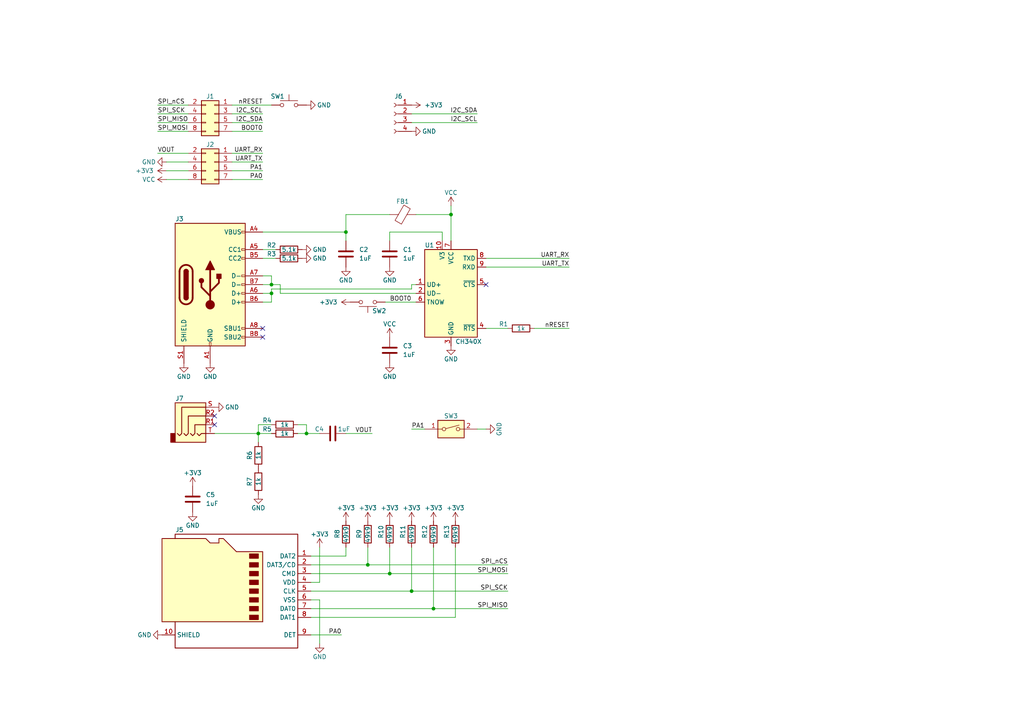
<source format=kicad_sch>
(kicad_sch (version 20230121) (generator eeschema)
  (paper "A4")
  (title_block (title "CDM324 Expansion Board") (date "2023-07-08") (rev "1"))
  (lib_symbols
    (symbol "Connector:Conn_01x04_Socket" (pin_names (offset 1.016) hide)
      (property "Reference" "J" (at 0 5.08 0))
      (property "Value" "Conn_01x04_Socket" (at 0 -7.62 0))
      (symbol "Conn_01x04_Socket_1_1"
        (arc (start 0 -4.572) (mid -0.5058 -5.08) (end 0 -5.588) (stroke (width 0.1524)))
        (arc (start 0 -2.032) (mid -0.5058 -2.54) (end 0 -3.048) (stroke (width 0.1524)))
        (polyline (pts (xy -1.27 -5.08) (xy -0.508 -5.08)) (stroke (width 0.1524)))
        (polyline (pts (xy -1.27 -2.54) (xy -0.508 -2.54)) (stroke (width 0.1524)))
        (polyline (pts (xy -1.27 0) (xy -0.508 0)) (stroke (width 0.1524)))
        (polyline (pts (xy -1.27 2.54) (xy -0.508 2.54)) (stroke (width 0.1524)))
        (arc (start 0 0.508) (mid -0.5058 0) (end 0 -0.508) (stroke (width 0.1524)))
        (arc (start 0 3.048) (mid -0.5058 2.54) (end 0 2.032) (stroke (width 0.1524)))
        (pin passive line (at -5.08 2.54 0) (length 3.81) (name "Pin_1") (number "1"))
        (pin passive line (at -5.08 0 0) (length 3.81) (name "Pin_2") (number "2"))
        (pin passive line (at -5.08 -2.54 0) (length 3.81) (name "Pin_3") (number "3"))
        (pin passive line (at -5.08 -5.08 0) (length 3.81) (name "Pin_4") (number "4"))
      )
    )
    (symbol "Connector:Micro_SD_Card_Det1"
      (property "Reference" "J" (at -16.51 17.78 0))
      (property "Value" "Micro_SD_Card_Det1" (at 16.51 17.78 0))
      (symbol "Micro_SD_Card_Det1_0_1"
        (rectangle (start -7.62 -6.985) (end -5.08 -8.255) (stroke (width 0.254)) (fill (type outline)))
        (rectangle (start -7.62 -4.445) (end -5.08 -5.715) (stroke (width 0.254)) (fill (type outline)))
        (rectangle (start -7.62 -1.905) (end -5.08 -3.175) (stroke (width 0.254)) (fill (type outline)))
        (rectangle (start -7.62 0.635) (end -5.08 -0.635) (stroke (width 0.254)) (fill (type outline)))
        (rectangle (start -7.62 3.175) (end -5.08 1.905) (stroke (width 0.254)) (fill (type outline)))
        (rectangle (start -7.62 5.715) (end -5.08 4.445) (stroke (width 0.254)) (fill (type outline)))
        (rectangle (start -7.62 8.255) (end -5.08 6.985) (stroke (width 0.254)) (fill (type outline)))
        (rectangle (start -7.62 10.795) (end -5.08 9.525) (stroke (width 0.254)) (fill (type outline)))
        (polyline (pts (xy 16.51 15.24) (xy 16.51 16.51) (xy -19.05 16.51) (xy -19.05 -16.51) (xy 16.51 -16.51) (xy 16.51 -8.89)) (stroke (width 0.254)))
        (polyline (pts (xy -8.89 -8.89) (xy -8.89 11.43) (xy -1.27 11.43) (xy 2.54 15.24) (xy 3.81 15.24) (xy 3.81 13.97) (xy 6.35 13.97) (xy 7.62 15.24) (xy 20.32 15.24) (xy 20.32 -8.89) (xy -8.89 -8.89)) (stroke (width 0.254)) (fill (type background)))
      )
      (symbol "Micro_SD_Card_Det1_1_1"
        (pin bidirectional line (at -22.86 10.16 0) (length 3.81) (name "DAT2") (number "1"))
        (pin passive line (at 20.32 -12.7 180) (length 3.81) (name "SHIELD") (number "10"))
        (pin bidirectional line (at -22.86 7.62 0) (length 3.81) (name "DAT3/CD") (number "2"))
        (pin input line (at -22.86 5.08 0) (length 3.81) (name "CMD") (number "3"))
        (pin power_in line (at -22.86 2.54 0) (length 3.81) (name "VDD") (number "4"))
        (pin input line (at -22.86 0 0) (length 3.81) (name "CLK") (number "5"))
        (pin power_in line (at -22.86 -2.54 0) (length 3.81) (name "VSS") (number "6"))
        (pin bidirectional line (at -22.86 -5.08 0) (length 3.81) (name "DAT0") (number "7"))
        (pin bidirectional line (at -22.86 -7.62 0) (length 3.81) (name "DAT1") (number "8"))
        (pin passive line (at -22.86 -12.7 0) (length 3.81) (name "DET") (number "9"))
      )
    )
    (symbol "Connector:USB_C_Receptacle_USB2.0" (pin_names (offset 1.016))
      (property "Reference" "J" (at -10.16 19.05 0))
      (property "Value" "USB_C_Receptacle_USB2.0" (at 19.05 19.05 0))
      (symbol "USB_C_Receptacle_USB2.0_0_0"
        (rectangle (start -0.254 -17.78) (end 0.254 -16.764))
        (rectangle (start 10.16 -14.986) (end 9.144 -15.494))
        (rectangle (start 10.16 -12.446) (end 9.144 -12.954))
        (rectangle (start 10.16 -4.826) (end 9.144 -5.334))
        (rectangle (start 10.16 -2.286) (end 9.144 -2.794))
        (rectangle (start 10.16 0.254) (end 9.144 -0.254))
        (rectangle (start 10.16 2.794) (end 9.144 2.286))
        (rectangle (start 10.16 7.874) (end 9.144 7.366))
        (rectangle (start 10.16 10.414) (end 9.144 9.906))
        (rectangle (start 10.16 15.494) (end 9.144 14.986))
      )
      (symbol "USB_C_Receptacle_USB2.0_0_1"
        (rectangle (start -10.16 17.78) (end 10.16 -17.78) (stroke (width 0.254)) (fill (type background)))
        (arc (start -8.89 -3.81) (mid -6.985 -5.7067) (end -5.08 -3.81) (stroke (width 0.508)))
        (arc (start -7.62 -3.81) (mid -6.985 -4.4423) (end -6.35 -3.81) (stroke (width 0.254)))
        (arc (start -7.62 -3.81) (mid -6.985 -4.4423) (end -6.35 -3.81) (stroke (width 0.254)) (fill (type outline)))
        (rectangle (start -7.62 -3.81) (end -6.35 3.81) (stroke (width 0.254)) (fill (type outline)))
        (arc (start -6.35 3.81) (mid -6.985 4.4423) (end -7.62 3.81) (stroke (width 0.254)))
        (arc (start -6.35 3.81) (mid -6.985 4.4423) (end -7.62 3.81) (stroke (width 0.254)) (fill (type outline)))
        (arc (start -5.08 3.81) (mid -6.985 5.7067) (end -8.89 3.81) (stroke (width 0.508)))
        (circle (center -2.54 1.143) (radius 0.635) (stroke (width 0.254)) (fill (type outline)))
        (circle (center 0 -5.842) (radius 1.27) (fill (type outline)))
        (polyline (pts (xy -8.89 -3.81) (xy -8.89 3.81)) (stroke (width 0.508)))
        (polyline (pts (xy -5.08 3.81) (xy -5.08 -3.81)) (stroke (width 0.508)))
        (polyline (pts (xy 0 -5.842) (xy 0 4.318)) (stroke (width 0.508)))
        (polyline (pts (xy 0 -3.302) (xy -2.54 -0.762) (xy -2.54 0.508)) (stroke (width 0.508)))
        (polyline (pts (xy 0 -2.032) (xy 2.54 0.508) (xy 2.54 1.778)) (stroke (width 0.508)))
        (polyline (pts (xy -1.27 4.318) (xy 0 6.858) (xy 1.27 4.318) (xy -1.27 4.318)) (stroke (width 0.254)) (fill (type outline)))
        (rectangle (start 1.905 1.778) (end 3.175 3.048) (stroke (width 0.254)) (fill (type outline)))
      )
      (symbol "USB_C_Receptacle_USB2.0_1_1"
        (pin passive line (at 0 -22.86 90) (length 5.08) (name "GND") (number "A1"))
        (pin passive line (at 0 -22.86 90) (length 5.08) hide (name "GND") (number "A12"))
        (pin passive line (at 15.24 15.24 180) (length 5.08) (name "VBUS") (number "A4"))
        (pin bidirectional line (at 15.24 10.16 180) (length 5.08) (name "CC1") (number "A5"))
        (pin bidirectional line (at 15.24 -2.54 180) (length 5.08) (name "D+") (number "A6"))
        (pin bidirectional line (at 15.24 2.54 180) (length 5.08) (name "D-") (number "A7"))
        (pin bidirectional line (at 15.24 -12.7 180) (length 5.08) (name "SBU1") (number "A8"))
        (pin passive line (at 15.24 15.24 180) (length 5.08) hide (name "VBUS") (number "A9"))
        (pin passive line (at 0 -22.86 90) (length 5.08) hide (name "GND") (number "B1"))
        (pin passive line (at 0 -22.86 90) (length 5.08) hide (name "GND") (number "B12"))
        (pin passive line (at 15.24 15.24 180) (length 5.08) hide (name "VBUS") (number "B4"))
        (pin bidirectional line (at 15.24 7.62 180) (length 5.08) (name "CC2") (number "B5"))
        (pin bidirectional line (at 15.24 -5.08 180) (length 5.08) (name "D+") (number "B6"))
        (pin bidirectional line (at 15.24 0 180) (length 5.08) (name "D-") (number "B7"))
        (pin bidirectional line (at 15.24 -15.24 180) (length 5.08) (name "SBU2") (number "B8"))
        (pin passive line (at 15.24 15.24 180) (length 5.08) hide (name "VBUS") (number "B9"))
        (pin passive line (at -7.62 -22.86 90) (length 5.08) (name "SHIELD") (number "S1"))
      )
    )
    (symbol "Connector_Audio:AudioJack4"
      (property "Reference" "J" (at 0 8.89 0))
      (property "Value" "AudioJack4" (at 0 6.35 0))
      (symbol "AudioJack4_0_1"
        (rectangle (start -6.35 -5.08) (end -7.62 -7.62) (stroke (width 0.254)) (fill (type outline)))
        (polyline (pts (xy 0 -5.08) (xy 0.635 -5.715) (xy 1.27 -5.08) (xy 2.54 -5.08)) (stroke (width 0.254)))
        (polyline (pts (xy -5.715 -5.08) (xy -5.08 -5.715) (xy -4.445 -5.08) (xy -4.445 2.54) (xy 2.54 2.54)) (stroke (width 0.254)))
        (polyline (pts (xy -1.905 -5.08) (xy -1.27 -5.715) (xy -0.635 -5.08) (xy -0.635 -2.54) (xy 2.54 -2.54)) (stroke (width 0.254)))
        (polyline (pts (xy 2.54 0) (xy -2.54 0) (xy -2.54 -5.08) (xy -3.175 -5.715) (xy -3.81 -5.08)) (stroke (width 0.254)))
        (rectangle (start 2.54 3.81) (end -6.35 -7.62) (stroke (width 0.254)) (fill (type background)))
      )
      (symbol "AudioJack4_1_1"
        (pin passive line (at 5.08 -2.54 180) (length 2.54) (name "~") (number "R1"))
        (pin passive line (at 5.08 0 180) (length 2.54) (name "~") (number "R2"))
        (pin passive line (at 5.08 2.54 180) (length 2.54) (name "~") (number "S"))
        (pin passive line (at 5.08 -5.08 180) (length 2.54) (name "~") (number "T"))
      )
    )
    (symbol "Connector_Generic:Conn_02x04_Odd_Even" (pin_names (offset 1.016) hide)
      (property "Reference" "J" (at 1.27 5.08 0))
      (property "Value" "Conn_02x04_Odd_Even" (at 1.27 -7.62 0))
      (symbol "Conn_02x04_Odd_Even_1_1"
        (rectangle (start -1.27 -4.953) (end 0 -5.207) (stroke (width 0.1524)))
        (rectangle (start -1.27 -2.413) (end 0 -2.667) (stroke (width 0.1524)))
        (rectangle (start -1.27 0.127) (end 0 -0.127) (stroke (width 0.1524)))
        (rectangle (start -1.27 2.667) (end 0 2.413) (stroke (width 0.1524)))
        (rectangle (start -1.27 3.81) (end 3.81 -6.35) (stroke (width 0.254)) (fill (type background)))
        (rectangle (start 3.81 -4.953) (end 2.54 -5.207) (stroke (width 0.1524)))
        (rectangle (start 3.81 -2.413) (end 2.54 -2.667) (stroke (width 0.1524)))
        (rectangle (start 3.81 0.127) (end 2.54 -0.127) (stroke (width 0.1524)))
        (rectangle (start 3.81 2.667) (end 2.54 2.413) (stroke (width 0.1524)))
        (pin passive line (at -5.08 2.54 0) (length 3.81) (name "Pin_1") (number "1"))
        (pin passive line (at 7.62 2.54 180) (length 3.81) (name "Pin_2") (number "2"))
        (pin passive line (at -5.08 0 0) (length 3.81) (name "Pin_3") (number "3"))
        (pin passive line (at 7.62 0 180) (length 3.81) (name "Pin_4") (number "4"))
        (pin passive line (at -5.08 -2.54 0) (length 3.81) (name "Pin_5") (number "5"))
        (pin passive line (at 7.62 -2.54 180) (length 3.81) (name "Pin_6") (number "6"))
        (pin passive line (at -5.08 -5.08 0) (length 3.81) (name "Pin_7") (number "7"))
        (pin passive line (at 7.62 -5.08 180) (length 3.81) (name "Pin_8") (number "8"))
      )
    )
    (symbol "Device:C" (pin_numbers hide) (pin_names (offset 0.254))
      (property "Reference" "C" (at 0.635 2.54 0))
      (property "Value" "C" (at 0.635 -2.54 0))
      (symbol "C_0_1"
        (polyline (pts (xy -2.032 -0.762) (xy 2.032 -0.762)) (stroke (width 0.508)))
        (polyline (pts (xy -2.032 0.762) (xy 2.032 0.762)) (stroke (width 0.508)))
      )
      (symbol "C_1_1"
        (pin passive line (at 0 3.81 270) (length 2.794) (name "~") (number "1"))
        (pin passive line (at 0 -3.81 90) (length 2.794) (name "~") (number "2"))
      )
    )
    (symbol "Device:FerriteBead" (pin_numbers hide) (pin_names (offset 0))
      (property "Reference" "FB" (at -3.81 0.635 90))
      (property "Value" "FerriteBead" (at 3.81 0 90))
      (symbol "FerriteBead_0_1"
        (polyline (pts (xy 0 -1.27) (xy 0 -1.2192)))
        (polyline (pts (xy 0 1.27) (xy 0 1.2954)))
        (polyline (pts (xy -2.7686 0.4064) (xy -1.7018 2.2606) (xy 2.7686 -0.3048) (xy 1.6764 -2.159) (xy -2.7686 0.4064)))
      )
      (symbol "FerriteBead_1_1"
        (pin passive line (at 0 3.81 270) (length 2.54) (name "~") (number "1"))
        (pin passive line (at 0 -3.81 90) (length 2.54) (name "~") (number "2"))
      )
    )
    (symbol "Device:R" (pin_numbers hide) (pin_names (offset 0))
      (property "Reference" "R" (at 2.032 0 90))
      (property "Value" "R" (at 0 0 90))
      (symbol "R_0_1"
        (rectangle (start -1.016 -2.54) (end 1.016 2.54) (stroke (width 0.254)))
      )
      (symbol "R_1_1"
        (pin passive line (at 0 3.81 270) (length 1.27) (name "~") (number "1"))
        (pin passive line (at 0 -3.81 90) (length 1.27) (name "~") (number "2"))
      )
    )
    (symbol "GND_1" (power) (pin_names (offset 0))
      (property "Value" "GND_1" (at 0 -3.81 0))
      (symbol "GND_1_0_1"
        (polyline (pts (xy 0 0) (xy 0 -1.27) (xy 1.27 -1.27) (xy 0 -2.54) (xy -1.27 -1.27) (xy 0 -1.27)))
      )
      (symbol "GND_1_1_1"
        (pin power_in line (at 0 0 270) (length 0) hide (name "GND") (number "1"))
      )
    )
    (symbol "Interface_USB:CH340E"
      (property "Reference" "U" (at -5.08 13.97 0))
      (property "Value" "CH340E" (at 1.27 13.97 0))
      (symbol "CH340E_0_1"
        (rectangle (start -7.62 12.7) (end 7.62 -12.7) (stroke (width 0.254)) (fill (type background)))
      )
      (symbol "CH340E_1_1"
        (pin bidirectional line (at -10.16 2.54 0) (length 2.54) (name "UD+") (number "1"))
        (pin passive line (at -2.54 15.24 270) (length 2.54) (name "V3") (number "10"))
        (pin bidirectional line (at -10.16 0 0) (length 2.54) (name "UD-") (number "2"))
        (pin power_in line (at 0 -15.24 90) (length 2.54) (name "GND") (number "3"))
        (pin output line (at 10.16 -10.16 180) (length 2.54) (name "~{RTS}") (number "4"))
        (pin input line (at 10.16 2.54 180) (length 2.54) (name "~{CTS}") (number "5"))
        (pin output line (at -10.16 -2.54 0) (length 2.54) (name "TNOW") (number "6"))
        (pin power_in line (at 0 15.24 270) (length 2.54) (name "VCC") (number "7"))
        (pin output line (at 10.16 10.16 180) (length 2.54) (name "TXD") (number "8"))
        (pin input line (at 10.16 7.62 180) (length 2.54) (name "RXD") (number "9"))
      )
    )
    (symbol "Switch:SW_DIP_x01" (pin_names (offset 0) hide)
      (property "Reference" "SW" (at 0 3.81 0))
      (property "Value" "SW_DIP_x01" (at 0 -3.81 0))
      (symbol "SW_DIP_x01_0_0"
        (circle (center -2.032 0) (radius 0.508))
        (polyline (pts (xy -1.524 0.127) (xy 2.3622 1.1684)))
        (circle (center 2.032 0) (radius 0.508))
      )
      (symbol "SW_DIP_x01_0_1"
        (rectangle (start -3.81 2.54) (end 3.81 -2.54) (stroke (width 0.254)) (fill (type background)))
      )
      (symbol "SW_DIP_x01_1_1"
        (pin passive line (at -7.62 0 0) (length 5.08) (name "~") (number "1"))
        (pin passive line (at 7.62 0 180) (length 5.08) (name "~") (number "2"))
      )
    )
    (symbol "Switch:SW_Push" (pin_numbers hide) (pin_names (offset 1.016) hide)
      (property "Reference" "SW" (at 1.27 2.54 0))
      (property "Value" "SW_Push" (at 0 -1.524 0))
      (symbol "SW_Push_0_1"
        (circle (center -2.032 0) (radius 0.508))
        (polyline (pts (xy 0 1.27) (xy 0 3.048)))
        (polyline (pts (xy 2.54 1.27) (xy -2.54 1.27)))
        (circle (center 2.032 0) (radius 0.508))
        (pin passive line (at -5.08 0 0) (length 2.54) (name "1") (number "1"))
        (pin passive line (at 5.08 0 180) (length 2.54) (name "2") (number "2"))
      )
    )
    (symbol "VCC_1" (power) (pin_names (offset 0))
      (property "Value" "VCC_1" (at 0 3.81 0))
      (symbol "VCC_1_0_1"
        (polyline (pts (xy -0.762 1.27) (xy 0 2.54)))
        (polyline (pts (xy 0 0) (xy 0 2.54)))
        (polyline (pts (xy 0 2.54) (xy 0.762 1.27)))
      )
      (symbol "VCC_1_1_1"
        (pin power_in line (at 0 0 90) (length 0) hide (name "VCC") (number "1"))
      )
    )
    (symbol "power:+3.3V" (power) (pin_names (offset 0))
      (property "Value" "+3.3V" (at 0 3.556 0))
      (symbol "+3.3V_0_1"
        (polyline (pts (xy -0.762 1.27) (xy 0 2.54)))
        (polyline (pts (xy 0 0) (xy 0 2.54)))
        (polyline (pts (xy 0 2.54) (xy 0.762 1.27)))
      )
      (symbol "+3.3V_1_1"
        (pin power_in line (at 0 0 90) (length 0) hide (name "+3V3") (number "1"))
      )
    )
    (symbol "power:GND" (power) (pin_names (offset 0))
      (property "Value" "GND" (at 0 -3.81 0))
      (symbol "GND_0_1"
        (polyline (pts (xy 0 0) (xy 0 -1.27) (xy 1.27 -1.27) (xy 0 -2.54) (xy -1.27 -1.27) (xy 0 -1.27)))
      )
      (symbol "GND_1_1"
        (pin power_in line (at 0 0 270) (length 0) hide (name "GND") (number "1"))
      )
    )
    (symbol "power:VCC" (power) (pin_names (offset 0))
      (property "Value" "VCC" (at 0 3.81 0))
      (symbol "VCC_0_1"
        (polyline (pts (xy -0.762 1.27) (xy 0 2.54)))
        (polyline (pts (xy 0 0) (xy 0 2.54)))
        (polyline (pts (xy 0 2.54) (xy 0.762 1.27)))
      )
      (symbol "VCC_1_1"
        (pin power_in line (at 0 0 90) (length 0) hide (name "VCC") (number "1"))
      )
    )
  )
  (junction (at 88.9 125.73))
  (junction (at 119.38 171.45))
  (junction (at 78.74 85.09))
  (junction (at 113.03 166.37))
  (junction (at 78.74 82.55))
  (junction (at 130.81 62.23))
  (junction (at 125.73 176.53))
  (junction (at 74.93 125.73))
  (junction (at 106.68 163.83))
  (junction (at 100.33 67.31))
  (no_connect (at 76.2 95.25))
  (no_connect (at 76.2 97.79))
  (no_connect (at 62.23 120.65))
  (no_connect (at 140.97 82.55))
  (no_connect (at 62.23 123.19))
  (wire (pts (xy 125.73 176.53) (xy 147.32 176.53)))
  (wire (pts (xy 76.2 85.09) (xy 78.74 85.09)))
  (wire (pts (xy 130.81 62.23) (xy 130.81 69.85)))
  (wire (pts (xy 67.31 30.48) (xy 78.74 30.48)))
  (wire (pts (xy 119.38 171.45) (xy 119.38 158.75)))
  (wire (pts (xy 67.31 49.53) (xy 76.2 49.53)))
  (wire (pts (xy 113.03 166.37) (xy 147.32 166.37)))
  (wire (pts (xy 48.26 46.99) (xy 54.61 46.99)))
  (wire (pts (xy 67.31 35.56) (xy 76.2 35.56)))
  (wire (pts (xy 90.17 173.99) (xy 92.71 173.99)))
  (wire (pts (xy 62.23 125.73) (xy 74.93 125.73)))
  (wire (pts (xy 67.31 38.1) (xy 76.2 38.1)))
  (wire (pts (xy 78.74 83.82) (xy 78.74 85.09)))
  (wire (pts (xy 81.28 85.09) (xy 81.28 82.55)))
  (wire (pts (xy 106.68 163.83) (xy 147.32 163.83)))
  (wire (pts (xy 128.27 67.31) (xy 113.03 67.31)))
  (wire (pts (xy 90.17 163.83) (xy 106.68 163.83)))
  (wire (pts (xy 86.36 123.19) (xy 88.9 123.19)))
  (wire (pts (xy 154.94 95.25) (xy 165.1 95.25)))
  (wire (pts (xy 76.2 80.01) (xy 78.74 80.01)))
  (wire (pts (xy 90.17 161.29) (xy 100.33 161.29)))
  (wire (pts (xy 76.2 74.93) (xy 80.01 74.93)))
  (wire (pts (xy 48.26 52.07) (xy 54.61 52.07)))
  (wire (pts (xy 119.38 35.56) (xy 138.43 35.56)))
  (wire (pts (xy 74.93 123.19) (xy 74.93 125.73)))
  (wire (pts (xy 45.72 30.48) (xy 54.61 30.48)))
  (wire (pts (xy 67.31 46.99) (xy 76.2 46.99)))
  (wire (pts (xy 92.71 173.99) (xy 92.71 186.69)))
  (wire (pts (xy 90.17 184.15) (xy 99.06 184.15)))
  (wire (pts (xy 119.38 124.46) (xy 123.19 124.46)))
  (wire (pts (xy 76.2 72.39) (xy 80.01 72.39)))
  (wire (pts (xy 119.38 83.82) (xy 78.74 83.82)))
  (wire (pts (xy 100.33 125.73) (xy 107.95 125.73)))
  (wire (pts (xy 140.97 77.47) (xy 165.1 77.47)))
  (wire (pts (xy 74.93 125.73) (xy 74.93 128.27)))
  (wire (pts (xy 106.68 163.83) (xy 106.68 158.75)))
  (wire (pts (xy 81.28 82.55) (xy 78.74 82.55)))
  (wire (pts (xy 88.9 123.19) (xy 88.9 125.73)))
  (wire (pts (xy 128.27 69.85) (xy 128.27 67.31)))
  (wire (pts (xy 88.9 125.73) (xy 92.71 125.73)))
  (wire (pts (xy 78.74 123.19) (xy 74.93 123.19)))
  (wire (pts (xy 90.17 176.53) (xy 125.73 176.53)))
  (wire (pts (xy 67.31 33.02) (xy 76.2 33.02)))
  (wire (pts (xy 67.31 44.45) (xy 76.2 44.45)))
  (wire (pts (xy 120.65 85.09) (xy 81.28 85.09)))
  (wire (pts (xy 111.76 87.63) (xy 120.65 87.63)))
  (wire (pts (xy 138.43 124.46) (xy 140.97 124.46)))
  (wire (pts (xy 92.71 168.91) (xy 92.71 158.75)))
  (wire (pts (xy 130.81 59.69) (xy 130.81 62.23)))
  (wire (pts (xy 140.97 74.93) (xy 165.1 74.93)))
  (wire (pts (xy 90.17 166.37) (xy 113.03 166.37)))
  (wire (pts (xy 76.2 67.31) (xy 100.33 67.31)))
  (wire (pts (xy 100.33 67.31) (xy 100.33 69.85)))
  (wire (pts (xy 45.72 38.1) (xy 54.61 38.1)))
  (wire (pts (xy 74.93 125.73) (xy 78.74 125.73)))
  (wire (pts (xy 113.03 62.23) (xy 100.33 62.23)))
  (wire (pts (xy 119.38 33.02) (xy 138.43 33.02)))
  (wire (pts (xy 76.2 87.63) (xy 78.74 87.63)))
  (wire (pts (xy 78.74 82.55) (xy 78.74 80.01)))
  (wire (pts (xy 125.73 176.53) (xy 125.73 158.75)))
  (wire (pts (xy 45.72 35.56) (xy 54.61 35.56)))
  (wire (pts (xy 48.26 49.53) (xy 54.61 49.53)))
  (wire (pts (xy 76.2 82.55) (xy 78.74 82.55)))
  (wire (pts (xy 100.33 62.23) (xy 100.33 67.31)))
  (wire (pts (xy 100.33 161.29) (xy 100.33 158.75)))
  (wire (pts (xy 113.03 67.31) (xy 113.03 69.85)))
  (wire (pts (xy 90.17 179.07) (xy 132.08 179.07)))
  (wire (pts (xy 113.03 166.37) (xy 113.03 158.75)))
  (wire (pts (xy 45.72 44.45) (xy 54.61 44.45)))
  (wire (pts (xy 140.97 95.25) (xy 147.32 95.25)))
  (wire (pts (xy 90.17 168.91) (xy 92.71 168.91)))
  (wire (pts (xy 132.08 179.07) (xy 132.08 158.75)))
  (wire (pts (xy 45.72 33.02) (xy 54.61 33.02)))
  (wire (pts (xy 120.65 82.55) (xy 119.38 82.55)))
  (wire (pts (xy 119.38 82.55) (xy 119.38 83.82)))
  (wire (pts (xy 67.31 52.07) (xy 76.2 52.07)))
  (wire (pts (xy 120.65 62.23) (xy 130.81 62.23)))
  (wire (pts (xy 78.74 85.09) (xy 78.74 87.63)))
  (wire (pts (xy 119.38 171.45) (xy 147.32 171.45)))
  (wire (pts (xy 88.9 125.73) (xy 86.36 125.73)))
  (wire (pts (xy 90.17 171.45) (xy 119.38 171.45)))
  (label "BOOT0" (at 113.03 87.63 0))
  (label "SPI_nCS" (at 45.72 30.48 0))
  (label "SPI_MOSI" (at 147.32 166.37 180))
  (label "SPI_MISO" (at 147.32 176.53 180))
  (label "nRESET" (at 76.2 30.48 180))
  (label "SPI_MISO" (at 45.72 35.56 0))
  (label "nRESET" (at 165.1 95.25 180))
  (label "UART_TX" (at 76.2 46.99 180))
  (label "I2C_SDA" (at 76.2 35.56 180))
  (label "I2C_SCL" (at 76.2 33.02 180))
  (label "SPI_MOSI" (at 45.72 38.1 0))
  (label "SPI_SCK" (at 45.72 33.02 0))
  (label "UART_RX" (at 76.2 44.45 180))
  (label "PA1" (at 76.2 49.53 180))
  (label "UART_RX" (at 165.1 74.93 180))
  (label "VOUT" (at 45.72 44.45 0))
  (label "I2C_SDA" (at 138.43 33.02 180))
  (label "PA0" (at 99.06 184.15 180))
  (label "I2C_SCL" (at 138.43 35.56 180))
  (label "VOUT" (at 107.95 125.73 180))
  (label "PA1" (at 119.38 124.46 0))
  (label "BOOT0" (at 76.2 38.1 180))
  (label "SPI_nCS" (at 147.32 163.83 180))
  (label "SPI_SCK" (at 147.32 171.45 180))
  (label "PA0" (at 76.2 52.07 180))
  (label "UART_TX" (at 165.1 77.47 180))
  (symbol (lib_name "GND_1") (lib_id "power:GND") (at 119.38 38.1 90) (unit 1)
    (property "Reference" "#PWR030" (effects hide))
    (property "Value" "GND" (at 124.46 38.1 90))
  )
  (symbol (lib_name "GND_1") (lib_id "power:GND") (at 88.9 30.48 90) (unit 1)
    (property "Reference" "#PWR016" (effects hide))
    (property "Value" "GND" (at 93.98 30.48 90))
  )
  (symbol (lib_id "power:+3.3V") (at 119.38 151.13 0) (unit 1)
    (property "Reference" "#PWR026" (effects hide))
    (property "Value" "+3.3V" (at 119.38 147.32 0))
  )
  (symbol (lib_id "power:+3.3V") (at 48.26 49.53 90) (unit 1)
    (property "Reference" "#PWR02" (effects hide))
    (property "Value" "+3.3V" (at 41.91 49.53 90))
  )
  (symbol (lib_id "Device:R") (at 82.55 123.19 90) (unit 1)
    (property "Reference" "R4" (at 77.47 121.92 90))
    (property "Value" "1k" (at 82.55 123.19 90))
    (property "Footprint" "Resistor_SMD:R_0603_1608Metric" (effects hide))
    (property "Field4" "C22548" (effects hide))
  )
  (symbol (lib_name "GND_1") (lib_id "power:GND") (at 113.03 77.47 0) (unit 1)
    (property "Reference" "#PWR010" (effects hide))
    (property "Value" "GND" (at 113.03 81.28 0))
  )
  (symbol (lib_id "Device:R") (at 106.68 154.94 0) (unit 1)
    (property "Reference" "R9" (at 104.14 156.21 90) (effects (justify left)))
    (property "Value" "49k9" (at 106.68 157.48 90) (effects (justify left)))
    (property "Footprint" "Resistor_SMD:R_0603_1608Metric" (effects hide))
    (property "Field4" "C114624" (effects hide))
  )
  (symbol (lib_id "Device:R") (at 119.38 154.94 0) (unit 1)
    (property "Reference" "R11" (at 116.84 156.21 90) (effects (justify left)))
    (property "Value" "49k9" (at 119.38 157.48 90) (effects (justify left)))
    (property "Footprint" "Resistor_SMD:R_0603_1608Metric" (effects hide))
    (property "Field4" "C114624" (effects hide))
  )
  (symbol (lib_id "power:+3.3V") (at 113.03 151.13 0) (unit 1)
    (property "Reference" "#PWR025" (effects hide))
    (property "Value" "+3.3V" (at 113.03 147.32 0))
  )
  (symbol (lib_name "GND_1") (lib_id "power:GND") (at 113.03 105.41 0) (unit 1)
    (property "Reference" "#PWR013" (effects hide))
    (property "Value" "GND" (at 113.03 109.22 0))
  )
  (symbol (lib_id "power:+3.3V") (at 125.73 151.13 0) (unit 1)
    (property "Reference" "#PWR027" (effects hide))
    (property "Value" "+3.3V" (at 125.73 147.32 0))
  )
  (symbol (lib_id "Device:R") (at 151.13 95.25 90) (unit 1)
    (property "Reference" "R1" (at 146.05 93.98 90))
    (property "Value" "1k" (at 151.13 95.25 90))
    (property "Footprint" "Resistor_SMD:R_0603_1608Metric" (effects hide))
    (property "Field4" "C22548" (effects hide))
  )
  (symbol (lib_id "Device:R") (at 83.82 74.93 90) (unit 1)
    (property "Reference" "R3" (at 78.74 73.66 90))
    (property "Value" "5.1k" (at 83.82 74.93 90))
    (property "Footprint" "Resistor_SMD:R_0603_1608Metric" (effects hide))
    (property "Field4" "C105580" (effects hide))
  )
  (symbol (lib_id "Connector:Micro_SD_Card_Det1") (at 67.31 171.45 0) (mirror y) (unit 1)
    (property "Reference" "J5" (at 52.07 153.67 0))
    (property "Value" "Micro_SD_Card_Det1" (effects hide))
    (property "Footprint" "lib:XKTF-015-N" (effects hide))
    (property "Datasheet" "https://datasheet.lcsc.com/lcsc/2110151630_XKB-Connectivity-XKTF-015-N_C381082.pdf" (effects hide))
    (property "Field4" "C381082" (effects hide))
  )
  (symbol (lib_name "GND_1") (lib_id "power:GND") (at 130.81 100.33 0) (unit 1)
    (property "Reference" "#PWR09" (effects hide))
    (property "Value" "GND" (at 130.81 104.14 0))
  )
  (symbol (lib_name "VCC_1") (lib_id "power:VCC") (at 113.03 97.79 0) (unit 1)
    (property "Reference" "#PWR012" (effects hide))
    (property "Value" "VCC" (at 113.03 93.98 0))
  )
  (symbol (lib_id "Connector:USB_C_Receptacle_USB2.0") (at 60.96 82.55 0) (unit 1)
    (property "Reference" "J3" (at 52.07 63.5 0))
    (property "Value" "USB_C_Receptacle_USB2.0" (effects hide))
    (property "Footprint" "Connector_USB:USB_C_Receptacle_G-Switch_GT-USB-7010ASV" (effects hide))
    (property "Datasheet" "https://www.usb.org/sites/default/files/documents/usb_type-c.zip" (effects hide))
    (property "Field4" "C2988369" (effects hide))
  )
  (symbol (lib_name "GND_1") (lib_id "power:GND") (at 60.96 105.41 0) (unit 1)
    (property "Reference" "#PWR05" (effects hide))
    (property "Value" "GND" (at 60.96 109.22 0))
  )
  (symbol (lib_id "power:+3.3V") (at 55.88 140.97 0) (unit 1)
    (property "Reference" "#PWR020" (effects hide))
    (property "Value" "+3.3V" (at 55.88 137.16 0))
  )
  (symbol (lib_id "Device:R") (at 74.93 132.08 180) (unit 1)
    (property "Reference" "R6" (at 72.39 132.08 90))
    (property "Value" "1k" (at 74.93 132.08 90))
    (property "Footprint" "Resistor_SMD:R_0603_1608Metric" (effects hide))
    (property "Field4" "C22548" (effects hide))
  )
  (symbol (lib_id "Device:C") (at 100.33 73.66 0) (unit 1)
    (property "Reference" "C2" (at 104.14 72.39 0) (effects (justify left)))
    (property "Value" "1uF" (at 104.14 74.93 0) (effects (justify left)))
    (property "Footprint" "Capacitor_SMD:C_0603_1608Metric" (effects hide))
    (property "Field4" "C1592" (effects hide))
  )
  (symbol (lib_id "Device:R") (at 83.82 72.39 90) (unit 1)
    (property "Reference" "R2" (at 78.74 71.12 90))
    (property "Value" "5.1k" (at 83.82 72.39 90))
    (property "Footprint" "Resistor_SMD:R_0603_1608Metric" (effects hide))
    (property "Field4" "C105580" (effects hide))
  )
  (symbol (lib_id "Device:R") (at 82.55 125.73 90) (unit 1)
    (property "Reference" "R5" (at 77.47 124.46 90))
    (property "Value" "1k" (at 82.55 125.73 90))
    (property "Footprint" "Resistor_SMD:R_0603_1608Metric" (effects hide))
    (property "Field4" "C22548" (effects hide))
  )
  (symbol (lib_name "GND_1") (lib_id "power:GND") (at 55.88 148.59 0) (unit 1)
    (property "Reference" "#PWR021" (effects hide))
    (property "Value" "GND" (at 55.88 152.4 0))
  )
  (symbol (lib_id "Switch:SW_Push") (at 106.68 87.63 180) (unit 1)
    (property "Reference" "SW2" (at 107.95 90.17 0) (effects (justify right)))
    (property "Value" "SW_Push" (effects hide))
    (property "Footprint" "Button_Switch_SMD:SW_Push_1P1T_NO_6x6mm_H9.5mm" (effects hide))
    (property "Field4" "C255812" (effects hide))
  )
  (symbol (lib_id "Device:C") (at 113.03 101.6 0) (unit 1)
    (property "Reference" "C3" (at 116.84 100.33 0) (effects (justify left)))
    (property "Value" "1uF" (at 116.84 102.87 0) (effects (justify left)))
    (property "Footprint" "Capacitor_SMD:C_0603_1608Metric" (effects hide))
    (property "Field4" "C1592" (effects hide))
  )
  (symbol (lib_id "Connector_Audio:AudioJack4") (at 57.15 120.65 0) (unit 1)
    (property "Reference" "J7" (at 52.07 115.57 0))
    (property "Value" "AudioJack4" (effects hide))
    (property "Footprint" "Connector_Audio:Jack_3.5mm_PJ320D_Horizontal" (effects hide))
    (property "Field4" "C431535" (effects hide))
  )
  (symbol (lib_id "power:+3.3V") (at 92.71 158.75 0) (unit 1)
    (property "Reference" "#PWR023" (effects hide))
    (property "Value" "+3.3V" (at 92.71 154.94 0))
  )
  (symbol (lib_id "Device:FerriteBead") (at 116.84 62.23 90) (unit 1)
    (property "Reference" "FB1" (at 116.7892 58.42 90))
    (property "Value" "FerriteBead" (effects hide))
    (property "Footprint" "Inductor_SMD:L_0603_1608Metric" (effects hide))
    (property "Field4" "C14709" (effects hide))
  )
  (symbol (lib_name "GND_1") (lib_id "power:GND") (at 100.33 77.47 0) (unit 1)
    (property "Reference" "#PWR011" (effects hide))
    (property "Value" "GND" (at 100.33 81.28 0))
  )
  (symbol (lib_id "power:+3.3V") (at 119.38 30.48 270) (mirror x) (unit 1)
    (property "Reference" "#PWR031" (effects hide))
    (property "Value" "+3.3V" (at 125.73 30.48 90))
  )
  (symbol (lib_id "Device:C") (at 55.88 144.78 0) (unit 1)
    (property "Reference" "C5" (at 59.69 143.51 0) (effects (justify left)))
    (property "Value" "1uF" (at 59.69 146.05 0) (effects (justify left)))
    (property "Footprint" "Capacitor_SMD:C_0603_1608Metric" (effects hide))
    (property "Field4" "C1592" (effects hide))
  )
  (symbol (lib_id "Connector_Generic:Conn_02x04_Odd_Even") (at 62.23 46.99 0) (mirror y) (unit 1)
    (property "Reference" "J2" (at 60.96 41.91 0))
    (property "Value" "Conn_02x04_Odd_Even" (effects hide))
    (property "Footprint" "Connector_PinSocket_2.54mm:PinSocket_2x04_P2.54mm_Vertical" (effects hide))
    (property "Field4" "C2685133" (effects hide))
  )
  (symbol (lib_id "Interface_USB:CH340E") (at 130.81 85.09 0) (unit 1)
    (property "Reference" "U1" (at 123.19 71.12 0) (effects (justify left)))
    (property "Value" "CH340X" (at 132.08 99.06 0) (effects (justify left)))
    (property "Footprint" "Package_SO:MSOP-10_3x3mm_P0.5mm" (effects hide))
    (property "Datasheet" "https://www.mpja.com/download/35227cpdata.pdf" (effects hide))
    (property "Field4" "C3035748" (effects hide))
  )
  (symbol (lib_name "GND_1") (lib_id "power:GND") (at 92.71 186.69 0) (unit 1)
    (property "Reference" "#PWR022" (effects hide))
    (property "Value" "GND" (at 92.71 190.5 0))
  )
  (symbol (lib_id "Device:R") (at 74.93 139.7 180) (unit 1)
    (property "Reference" "R7" (at 72.39 139.7 90))
    (property "Value" "1k" (at 74.93 139.7 90))
    (property "Footprint" "Resistor_SMD:R_0603_1608Metric" (effects hide))
    (property "Field4" "C22548" (effects hide))
  )
  (symbol (lib_id "power:+3.3V") (at 106.68 151.13 0) (unit 1)
    (property "Reference" "#PWR024" (effects hide))
    (property "Value" "+3.3V" (at 106.68 147.32 0))
  )
  (symbol (lib_id "Device:R") (at 113.03 154.94 0) (unit 1)
    (property "Reference" "R10" (at 110.49 156.21 90) (effects (justify left)))
    (property "Value" "49k9" (at 113.03 157.48 90) (effects (justify left)))
    (property "Footprint" "Resistor_SMD:R_0603_1608Metric" (effects hide))
    (property "Field4" "C114624" (effects hide))
  )
  (symbol (lib_id "power:+3.3V") (at 132.08 151.13 0) (unit 1)
    (property "Reference" "#PWR028" (effects hide))
    (property "Value" "+3.3V" (at 132.08 147.32 0))
  )
  (symbol (lib_id "Switch:SW_Push") (at 83.82 30.48 0) (unit 1)
    (property "Reference" "SW1" (at 82.55 27.94 0) (effects (justify right)))
    (property "Value" "SW_Push" (effects hide))
    (property "Footprint" "Button_Switch_SMD:SW_Push_1P1T_NO_6x6mm_H9.5mm" (effects hide))
    (property "Field4" "C255812" (effects hide))
  )
  (symbol (lib_name "GND_1") (lib_id "power:GND") (at 62.23 118.11 90) (unit 1)
    (property "Reference" "#PWR014" (effects hide))
    (property "Value" "GND" (at 67.31 118.11 90))
  )
  (symbol (lib_name "GND_1") (lib_id "power:GND") (at 140.97 124.46 90) (unit 1)
    (property "Reference" "#PWR029" (effects hide))
    (property "Value" "GND" (at 144.78 124.46 0))
  )
  (symbol (lib_id "Device:C") (at 113.03 73.66 0) (unit 1)
    (property "Reference" "C1" (at 116.84 72.39 0) (effects (justify left)))
    (property "Value" "1uF" (at 116.84 74.93 0) (effects (justify left)))
    (property "Footprint" "Capacitor_SMD:C_0603_1608Metric" (effects hide))
    (property "Field4" "C1592" (effects hide))
  )
  (symbol (lib_id "Device:R") (at 125.73 154.94 0) (unit 1)
    (property "Reference" "R12" (at 123.19 156.21 90) (effects (justify left)))
    (property "Value" "49k9" (at 125.73 157.48 90) (effects (justify left)))
    (property "Footprint" "Resistor_SMD:R_0603_1608Metric" (effects hide))
    (property "Field4" "C114624" (effects hide))
  )
  (symbol (lib_id "power:+3.3V") (at 100.33 151.13 0) (unit 1)
    (property "Reference" "#PWR019" (effects hide))
    (property "Value" "+3.3V" (at 100.33 147.32 0))
  )
  (symbol (lib_name "GND_1") (lib_id "power:GND") (at 87.63 74.93 90) (unit 1)
    (property "Reference" "#PWR07" (effects hide))
    (property "Value" "GND" (at 92.71 74.93 90))
  )
  (symbol (lib_id "power:VCC") (at 48.26 52.07 90) (unit 1)
    (property "Reference" "#PWR03" (effects hide))
    (property "Value" "VCC" (at 43.18 52.07 90))
  )
  (symbol (lib_id "Switch:SW_DIP_x01") (at 130.81 124.46 0) (unit 1)
    (property "Reference" "SW3" (at 130.81 120.65 0))
    (property "Value" "SW_DIP_x01" (effects hide))
    (property "Footprint" "Button_Switch_THT:SW_DIP_SPSTx01_Slide_9.78x4.72mm_W7.62mm_P2.54mm" (effects hide))
    (property "Field4" "C126888" (effects hide))
  )
  (symbol (lib_name "GND_1") (lib_id "power:GND") (at 74.93 143.51 0) (unit 1)
    (property "Reference" "#PWR015" (effects hide))
    (property "Value" "GND" (at 74.93 147.32 0))
  )
  (symbol (lib_name "GND_1") (lib_id "power:GND") (at 46.99 184.15 270) (mirror x) (unit 1)
    (property "Reference" "#PWR018" (effects hide))
    (property "Value" "GND" (at 41.91 184.15 90))
  )
  (symbol (lib_id "Device:C") (at 96.52 125.73 90) (unit 1)
    (property "Reference" "C4" (at 93.98 124.46 90) (effects (justify left)))
    (property "Value" "1uF" (at 101.6 124.46 90) (effects (justify left)))
    (property "Footprint" "Capacitor_SMD:C_0603_1608Metric" (effects hide))
    (property "Field4" "C1592" (effects hide))
  )
  (symbol (lib_id "Device:R") (at 132.08 154.94 0) (unit 1)
    (property "Reference" "R13" (at 129.54 156.21 90) (effects (justify left)))
    (property "Value" "49k9" (at 132.08 157.48 90) (effects (justify left)))
    (property "Footprint" "Resistor_SMD:R_0603_1608Metric" (effects hide))
    (property "Field4" "C114624" (effects hide))
  )
  (symbol (lib_id "Connector_Generic:Conn_02x04_Odd_Even") (at 62.23 33.02 0) (mirror y) (unit 1)
    (property "Reference" "J1" (at 60.96 27.94 0))
    (property "Value" "Conn_02x04_Odd_Even" (effects hide))
    (property "Footprint" "Connector_PinSocket_2.54mm:PinSocket_2x04_P2.54mm_Vertical" (effects hide))
    (property "Field4" "C2685133" (effects hide))
  )
  (symbol (lib_name "GND_1") (lib_id "power:GND") (at 87.63 72.39 90) (unit 1)
    (property "Reference" "#PWR06" (effects hide))
    (property "Value" "GND" (at 92.71 72.39 90))
  )
  (symbol (lib_name "VCC_1") (lib_id "power:VCC") (at 130.81 59.69 0) (unit 1)
    (property "Reference" "#PWR08" (effects hide))
    (property "Value" "VCC" (at 130.81 55.88 0))
  )
  (symbol (lib_id "Device:R") (at 100.33 154.94 0) (unit 1)
    (property "Reference" "R8" (at 97.79 156.21 90) (effects (justify left)))
    (property "Value" "49k9" (at 100.33 157.48 90) (effects (justify left)))
    (property "Footprint" "Resistor_SMD:R_0603_1608Metric" (effects hide))
    (property "Field4" "C114624" (effects hide))
  )
  (symbol (lib_id "power:GND") (at 48.26 46.99 270) (unit 1)
    (property "Reference" "#PWR01" (effects hide))
    (property "Value" "GND" (at 43.18 46.99 90))
  )
  (symbol (lib_name "GND_1") (lib_id "power:GND") (at 53.34 105.41 0) (unit 1)
    (property "Reference" "#PWR04" (effects hide))
    (property "Value" "GND" (at 53.34 109.22 0))
  )
  (symbol (lib_id "Connector:Conn_01x04_Socket") (at 114.3 33.02 0) (mirror y) (unit 1)
    (property "Reference" "J6" (at 115.57 27.94 0))
    (property "Value" "Conn_01x04_Socket" (effects hide))
    (property "Footprint" "Connector_PinHeader_2.54mm:PinHeader_1x04_P2.54mm_Vertical" (effects hide))
  )
  (symbol (lib_id "power:+3.3V") (at 101.6 87.63 90) (unit 1)
    (property "Reference" "#PWR017" (effects hide))
    (property "Value" "+3.3V" (at 95.25 87.63 90))
  )
)
</source>
